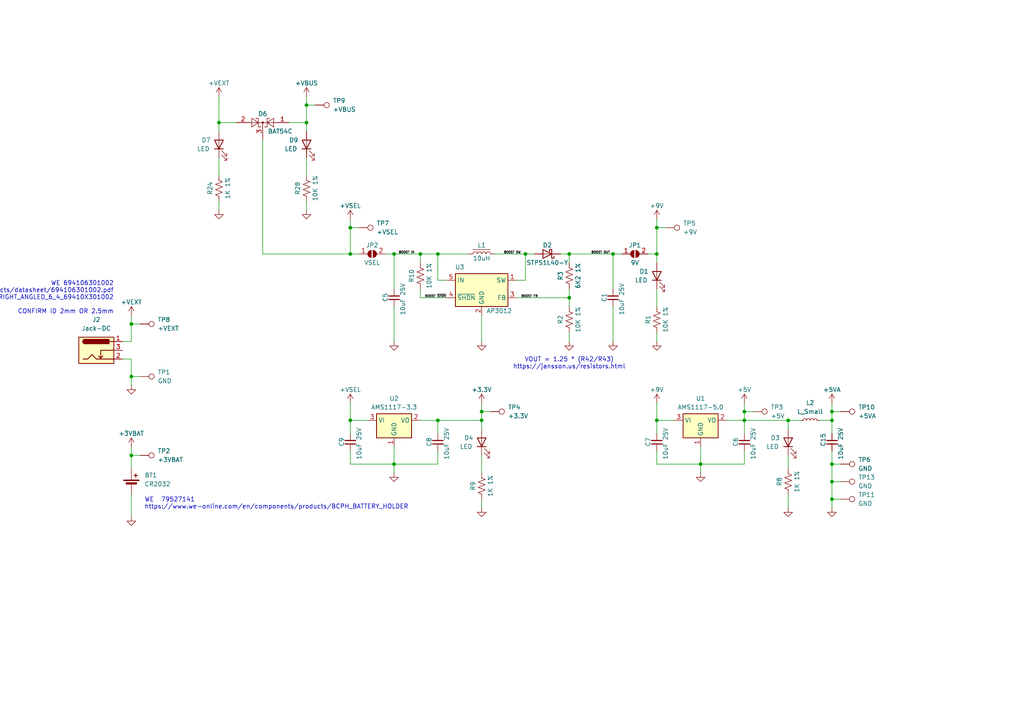
<source format=kicad_sch>
(kicad_sch (version 20231120) (generator "eeschema") (generator_version "8.0")
  (paper "A4")
  (title_block (title "STM32 EXPLORER BOARD") (date "2024-04-26") (rev "00") (company "Mechatronix Lab") (comment 1 "Eng. André A. M. Araújo"))
  (lib_symbols
    (symbol "Connector:Barrel_Jack_Switch" (pin_names hide)
      (property "Reference" "J" (at 0 5.334 0))
      (property "Value" "Barrel_Jack_Switch" (at 0 -5.08 0))
      (symbol "Barrel_Jack_Switch_0_1"
        (rectangle (start -5.08 3.81) (end 5.08 -3.81) (stroke (width 0.254)) (fill (type background)))
        (arc (start -3.302 3.175) (mid -3.9343 2.54) (end -3.302 1.905) (stroke (width 0.254)))
        (arc (start -3.302 3.175) (mid -3.9343 2.54) (end -3.302 1.905) (stroke (width 0.254)) (fill (type outline)))
        (polyline (pts (xy 1.27 -2.286) (xy 1.905 -1.651)) (stroke (width 0.254)))
        (polyline (pts (xy 5.08 2.54) (xy 3.81 2.54)) (stroke (width 0.254)))
        (polyline (pts (xy 5.08 0) (xy 1.27 0) (xy 1.27 -2.286) (xy 0.635 -1.651)) (stroke (width 0.254)))
        (polyline (pts (xy -3.81 -2.54) (xy -2.54 -2.54) (xy -1.27 -1.27) (xy 0 -2.54) (xy 2.54 -2.54) (xy 5.08 -2.54)) (stroke (width 0.254)))
        (rectangle (start 3.683 3.175) (end -3.302 1.905) (stroke (width 0.254)) (fill (type outline)))
      )
      (symbol "Barrel_Jack_Switch_1_1"
        (pin passive line (at 7.62 2.54 180) (length 2.54) (name "~") (number "1"))
        (pin passive line (at 7.62 -2.54 180) (length 2.54) (name "~") (number "2"))
        (pin passive line (at 7.62 0 180) (length 2.54) (name "~") (number "3"))
      )
    )
    (symbol "Connector:TestPoint" (pin_numbers hide) (pin_names (offset 0.762) hide)
      (property "Reference" "TP" (at 0 6.858 0))
      (property "Value" "TestPoint" (at 0 5.08 0))
      (symbol "TestPoint_0_1"
        (circle (center 0 3.302) (radius 0.762))
      )
      (symbol "TestPoint_1_1"
        (pin passive line (at 0 0 90) (length 2.54) (name "1") (number "1"))
      )
    )
    (symbol "Device:Battery_Cell" (pin_numbers hide) (pin_names (offset 0) hide)
      (property "Reference" "BT" (at 2.54 2.54 0))
      (property "Value" "Battery_Cell" (at 2.54 0 0))
      (symbol "Battery_Cell_0_1"
        (rectangle (start -2.286 1.778) (end 2.286 1.524) (fill (type outline)))
        (rectangle (start -1.524 1.016) (end 1.524 0.508) (fill (type outline)))
        (polyline (pts (xy 0 0.762) (xy 0 0)))
        (polyline (pts (xy 0 1.778) (xy 0 2.54)))
        (polyline (pts (xy 0.762 3.048) (xy 1.778 3.048)) (stroke (width 0.254)))
        (polyline (pts (xy 1.27 3.556) (xy 1.27 2.54)) (stroke (width 0.254)))
      )
      (symbol "Battery_Cell_1_1"
        (pin passive line (at 0 5.08 270) (length 2.54) (name "+") (number "1"))
        (pin passive line (at 0 -2.54 90) (length 2.54) (name "-") (number "2"))
      )
    )
    (symbol "Device:C_Small" (pin_numbers hide) (pin_names (offset 0.254) hide)
      (property "Reference" "C" (at 0.254 1.778 0))
      (property "Value" "C_Small" (at 0.254 -2.032 0))
      (symbol "C_Small_0_1"
        (polyline (pts (xy -1.524 -0.508) (xy 1.524 -0.508)) (stroke (width 0.3302)))
        (polyline (pts (xy -1.524 0.508) (xy 1.524 0.508)) (stroke (width 0.3048)))
      )
      (symbol "C_Small_1_1"
        (pin passive line (at 0 2.54 270) (length 2.032) (name "~") (number "1"))
        (pin passive line (at 0 -2.54 90) (length 2.032) (name "~") (number "2"))
      )
    )
    (symbol "Device:LED" (pin_numbers hide) (pin_names (offset 1.016) hide)
      (property "Reference" "D" (at 0 2.54 0))
      (property "Value" "LED" (at 0 -2.54 0))
      (symbol "LED_0_1"
        (polyline (pts (xy -1.27 -1.27) (xy -1.27 1.27)) (stroke (width 0.254)))
        (polyline (pts (xy -1.27 0) (xy 1.27 0)))
        (polyline (pts (xy 1.27 -1.27) (xy 1.27 1.27) (xy -1.27 0) (xy 1.27 -1.27)) (stroke (width 0.254)))
        (polyline (pts (xy -3.048 -0.762) (xy -4.572 -2.286) (xy -3.81 -2.286) (xy -4.572 -2.286) (xy -4.572 -1.524)))
        (polyline (pts (xy -1.778 -0.762) (xy -3.302 -2.286) (xy -2.54 -2.286) (xy -3.302 -2.286) (xy -3.302 -1.524)))
      )
      (symbol "LED_1_1"
        (pin passive line (at -3.81 0 0) (length 2.54) (name "K") (number "1"))
        (pin passive line (at 3.81 0 180) (length 2.54) (name "A") (number "2"))
      )
    )
    (symbol "Device:L_Small" (pin_numbers hide) (pin_names (offset 0.254) hide)
      (property "Reference" "L" (at 0.762 1.016 0))
      (property "Value" "L_Small" (at 0.762 -1.016 0))
      (symbol "L_Small_0_1"
        (arc (start 0 -2.032) (mid 0.5058 -1.524) (end 0 -1.016))
        (arc (start 0 -1.016) (mid 0.5058 -0.508) (end 0 0))
        (arc (start 0 0) (mid 0.5058 0.508) (end 0 1.016))
        (arc (start 0 1.016) (mid 0.5058 1.524) (end 0 2.032))
      )
      (symbol "L_Small_1_1"
        (pin passive line (at 0 2.54 270) (length 0.508) (name "~") (number "1"))
        (pin passive line (at 0 -2.54 90) (length 0.508) (name "~") (number "2"))
      )
    )
    (symbol "Device:R_US" (pin_numbers hide) (pin_names (offset 0))
      (property "Reference" "R" (at 2.54 0 90))
      (property "Value" "R_US" (at -2.54 0 90))
      (symbol "R_US_0_1"
        (polyline (pts (xy 0 -2.286) (xy 0 -2.54)))
        (polyline (pts (xy 0 2.286) (xy 0 2.54)))
        (polyline (pts (xy 0 -0.762) (xy 1.016 -1.143) (xy 0 -1.524) (xy -1.016 -1.905) (xy 0 -2.286)))
        (polyline (pts (xy 0 0.762) (xy 1.016 0.381) (xy 0 0) (xy -1.016 -0.381) (xy 0 -0.762)))
        (polyline (pts (xy 0 2.286) (xy 1.016 1.905) (xy 0 1.524) (xy -1.016 1.143) (xy 0 0.762)))
      )
      (symbol "R_US_1_1"
        (pin passive line (at 0 3.81 270) (length 1.27) (name "~") (number "1"))
        (pin passive line (at 0 -3.81 90) (length 1.27) (name "~") (number "2"))
      )
    )
    (symbol "Diode:BAT54C" (pin_names (offset 1.016))
      (property "Reference" "D" (at 0.635 -3.81 0))
      (property "Value" "BAT54C" (at -6.35 3.175 0))
      (symbol "BAT54C_0_1"
        (polyline (pts (xy -1.905 0) (xy 1.905 0)))
        (polyline (pts (xy -1.905 1.27) (xy -1.905 1.016)))
        (polyline (pts (xy -1.27 -1.27) (xy -0.635 -1.27)))
        (polyline (pts (xy -1.27 0) (xy -3.81 0)))
        (polyline (pts (xy -1.27 1.27) (xy -1.905 1.27)))
        (polyline (pts (xy -1.27 1.27) (xy -1.27 -1.27)))
        (polyline (pts (xy -0.635 -1.27) (xy -0.635 -1.016)))
        (polyline (pts (xy 0.635 -1.27) (xy 0.635 -1.016)))
        (polyline (pts (xy 1.27 -1.27) (xy 0.635 -1.27)))
        (polyline (pts (xy 1.27 1.27) (xy 1.27 -1.27)))
        (polyline (pts (xy 1.27 1.27) (xy 1.905 1.27)))
        (polyline (pts (xy 1.905 1.27) (xy 1.905 1.016)))
        (polyline (pts (xy 3.81 0) (xy 1.27 0)))
        (polyline (pts (xy -3.175 -1.27) (xy -3.175 1.27) (xy -1.27 0) (xy -3.175 -1.27)))
        (polyline (pts (xy 3.175 -1.27) (xy 3.175 1.27) (xy 1.27 0) (xy 3.175 -1.27)))
        (circle (center 0 0) (radius 0.254) (fill (type outline)))
      )
      (symbol "BAT54C_1_1"
        (pin passive line (at -7.62 0 0) (length 3.81) (name "~") (number "1"))
        (pin passive line (at 7.62 0 180) (length 3.81) (name "~") (number "2"))
        (pin passive line (at 0 -5.08 90) (length 5.08) (name "~") (number "3"))
      )
    )
    (symbol "Jumper:SolderJumper_2_Open" (pin_names (offset 0) hide)
      (property "Reference" "JP" (at 0 2.032 0))
      (property "Value" "SolderJumper_2_Open" (at 0 -2.54 0))
      (symbol "SolderJumper_2_Open_0_1"
        (arc (start -0.254 1.016) (mid -1.2656 0) (end -0.254 -1.016))
        (arc (start -0.254 1.016) (mid -1.2656 0) (end -0.254 -1.016) (fill (type outline)))
        (polyline (pts (xy -0.254 1.016) (xy -0.254 -1.016)))
        (polyline (pts (xy 0.254 1.016) (xy 0.254 -1.016)))
        (arc (start 0.254 -1.016) (mid 1.2656 0) (end 0.254 1.016))
        (arc (start 0.254 -1.016) (mid 1.2656 0) (end 0.254 1.016) (fill (type outline)))
      )
      (symbol "SolderJumper_2_Open_1_1"
        (pin passive line (at -3.81 0 0) (length 2.54) (name "A") (number "1"))
        (pin passive line (at 3.81 0 180) (length 2.54) (name "B") (number "2"))
      )
    )
    (symbol "Regulator_Linear:AMS1117-3.3"
      (property "Reference" "U" (at -3.81 3.175 0))
      (property "Value" "AMS1117-3.3" (at 0 3.175 0))
      (symbol "AMS1117-3.3_0_1"
        (rectangle (start -5.08 -5.08) (end 5.08 1.905) (stroke (width 0.254)) (fill (type background)))
      )
      (symbol "AMS1117-3.3_1_1"
        (pin power_in line (at 0 -7.62 90) (length 2.54) (name "GND") (number "1"))
        (pin power_out line (at 7.62 0 180) (length 2.54) (name "VO") (number "2"))
        (pin power_in line (at -7.62 0 0) (length 2.54) (name "VI") (number "3"))
      )
    )
    (symbol "Regulator_Linear:AMS1117-5.0"
      (property "Reference" "U" (at -3.81 3.175 0))
      (property "Value" "AMS1117-5.0" (at 0 3.175 0))
      (symbol "AMS1117-5.0_0_1"
        (rectangle (start -5.08 -5.08) (end 5.08 1.905) (stroke (width 0.254)) (fill (type background)))
      )
      (symbol "AMS1117-5.0_1_1"
        (pin power_in line (at 0 -7.62 90) (length 2.54) (name "GND") (number "1"))
        (pin power_out line (at 7.62 0 180) (length 2.54) (name "VO") (number "2"))
        (pin power_in line (at -7.62 0 0) (length 2.54) (name "VI") (number "3"))
      )
    )
    (symbol "Regulator_Switching:AP3012"
      (property "Reference" "U" (at -7.62 5.715 0))
      (property "Value" "AP3012" (at 0 5.715 0))
      (symbol "AP3012_0_1"
        (rectangle (start -7.62 4.445) (end 7.62 -5.08) (stroke (width 0.254)) (fill (type background)))
      )
      (symbol "AP3012_1_1"
        (pin passive line (at 10.16 2.54 180) (length 2.54) (name "SW") (number "1"))
        (pin power_in line (at 0 -7.62 90) (length 2.54) (name "GND") (number "2"))
        (pin input line (at 10.16 -2.54 180) (length 2.54) (name "FB") (number "3"))
        (pin input line (at -10.16 -2.54 0) (length 2.54) (name "~{SHDN}") (number "4"))
        (pin power_in line (at -10.16 2.54 0) (length 2.54) (name "IN") (number "5"))
      )
    )
    (symbol "STM32XP:STPS1L40-Y" (pin_numbers hide) (pin_names hide)
      (property "Reference" "D" (at 0 2.286 0))
      (property "Value" "STPS1L40-Y" (at 0 0 0))
      (symbol "STPS1L40-Y_0_1"
        (polyline (pts (xy 1.27 0) (xy -1.27 0)))
        (polyline (pts (xy 1.27 1.27) (xy 1.27 -1.27) (xy -1.27 0) (xy 1.27 1.27)) (stroke (width 0.254)))
        (polyline (pts (xy -1.905 0.635) (xy -1.905 1.27) (xy -1.27 1.27) (xy -1.27 -1.27) (xy -0.635 -1.27) (xy -0.635 -0.635)) (stroke (width 0.254)))
      )
      (symbol "STPS1L40-Y_1_1"
        (pin passive line (at -3.81 0 0) (length 2.54) (name "K") (number "1"))
        (pin passive line (at 3.81 0 180) (length 2.54) (name "A") (number "2"))
      )
    )
    (symbol "STM32XP:WE_74404024100" (pin_numbers hide) (pin_names hide)
      (property "Reference" "L" (at 2.032 0.254 0))
      (property "Value" "10uH 0.65A 0.8A 0.43R 30MHz" (at 0 0 0))
      (symbol "WE_74404024100_0_1"
        (arc (start 0 -2.54) (mid 0.6323 -1.905) (end 0 -1.27))
        (arc (start 0 -1.27) (mid 0.6323 -0.635) (end 0 0))
        (polyline (pts (xy 1.27 -2.54) (xy 1.27 2.54)))
        (polyline (pts (xy 1.27 2.54) (xy 1.27 2.54)))
        (arc (start 0 0) (mid 0.6323 0.635) (end 0 1.27))
        (arc (start 0 1.27) (mid 0.6323 1.905) (end 0 2.54))
      )
      (symbol "WE_74404024100_1_1"
        (pin passive line (at 0 3.81 270) (length 1.27) (name "1") (number "1"))
        (pin passive line (at 0 -3.81 90) (length 1.27) (name "2") (number "2"))
      )
    )
    (symbol "power:GND" (power) (pin_numbers hide) (pin_names (offset 0) hide)
      (property "Value" "GND" (at 0 -3.81 0))
      (symbol "GND_0_1"
        (polyline (pts (xy 0 0) (xy 0 -1.27) (xy 1.27 -1.27) (xy 0 -2.54) (xy -1.27 -1.27) (xy 0 -1.27)))
      )
      (symbol "GND_1_1"
        (pin power_in line (at 0 0 270) (length 0) (name "~") (number "1"))
      )
    )
    (symbol "power:VCC" (power) (pin_numbers hide) (pin_names (offset 0) hide)
      (property "Value" "VCC" (at 0 3.556 0))
      (symbol "VCC_0_1"
        (polyline (pts (xy -0.762 1.27) (xy 0 2.54)))
        (polyline (pts (xy 0 0) (xy 0 2.54)))
        (polyline (pts (xy 0 2.54) (xy 0.762 1.27)))
      )
      (symbol "VCC_1_1"
        (pin power_in line (at 0 0 90) (length 0) (name "~") (number "1"))
      )
    )
  )
  (junction (at 165.1 73.66))
  (junction (at 241.3 121.92))
  (junction (at 190.5 66.04))
  (junction (at 241.3 119.38))
  (junction (at 127 121.92))
  (junction (at 241.3 144.78))
  (junction (at 38.1 109.22))
  (junction (at 228.6 121.92))
  (junction (at 190.5 73.66))
  (junction (at 114.3 134.62))
  (junction (at 139.7 119.38))
  (junction (at 177.8 73.66))
  (junction (at 38.1 132.08))
  (junction (at 114.3 73.66))
  (junction (at 121.92 73.66))
  (junction (at 215.9 119.38))
  (junction (at 88.9 30.48))
  (junction (at 101.6 73.66))
  (junction (at 63.5 35.56))
  (junction (at 139.7 121.92))
  (junction (at 101.6 66.04))
  (junction (at 241.3 139.7))
  (junction (at 203.2 134.62))
  (junction (at 215.9 121.92))
  (junction (at 38.1 93.98))
  (junction (at 190.5 121.92))
  (junction (at 152.4 73.66))
  (junction (at 165.1 86.36))
  (junction (at 241.3 134.62))
  (junction (at 101.6 121.92))
  (junction (at 127 73.66))
  (junction (at 88.9 35.56))
  (wire (pts (xy 121.92 73.66) (xy 127 73.66)))
  (wire (pts (xy 101.6 63.5) (xy 101.6 66.04)))
  (wire (pts (xy 152.4 73.66) (xy 154.94 73.66)))
  (wire (pts (xy 139.7 144.78) (xy 139.7 147.32)))
  (wire (pts (xy 121.92 76.2) (xy 121.92 73.66)))
  (wire (pts (xy 127 121.92) (xy 127 125.73)))
  (wire (pts (xy 165.1 86.36) (xy 165.1 88.9)))
  (wire (pts (xy 127 121.92) (xy 139.7 121.92)))
  (wire (pts (xy 101.6 121.92) (xy 106.68 121.92)))
  (wire (pts (xy 190.5 134.62) (xy 203.2 134.62)))
  (wire (pts (xy 241.3 130.81) (xy 241.3 134.62)))
  (wire (pts (xy 76.2 73.66) (xy 101.6 73.66)))
  (wire (pts (xy 215.9 116.84) (xy 215.9 119.38)))
  (wire (pts (xy 121.92 83.82) (xy 121.92 86.36)))
  (wire (pts (xy 241.3 134.62) (xy 243.84 134.62)))
  (wire (pts (xy 149.86 81.28) (xy 152.4 81.28)))
  (wire (pts (xy 88.9 27.94) (xy 88.9 30.48)))
  (wire (pts (xy 241.3 119.38) (xy 241.3 121.92)))
  (wire (pts (xy 203.2 129.54) (xy 203.2 134.62)))
  (wire (pts (xy 127 81.28) (xy 127 73.66)))
  (wire (pts (xy 101.6 66.04) (xy 104.14 66.04)))
  (wire (pts (xy 177.8 73.66) (xy 180.34 73.66)))
  (wire (pts (xy 127 73.66) (xy 135.89 73.66)))
  (wire (pts (xy 114.3 134.62) (xy 127 134.62)))
  (wire (pts (xy 38.1 132.08) (xy 40.64 132.08)))
  (wire (pts (xy 215.9 121.92) (xy 228.6 121.92)))
  (wire (pts (xy 63.5 27.94) (xy 63.5 35.56)))
  (wire (pts (xy 190.5 83.82) (xy 190.5 88.9)))
  (wire (pts (xy 139.7 91.44) (xy 139.7 99.06)))
  (wire (pts (xy 114.3 134.62) (xy 114.3 137.16)))
  (wire (pts (xy 38.1 132.08) (xy 38.1 135.89)))
  (wire (pts (xy 38.1 104.14) (xy 38.1 109.22)))
  (wire (pts (xy 38.1 143.51) (xy 38.1 149.86)))
  (wire (pts (xy 139.7 124.46) (xy 139.7 121.92)))
  (wire (pts (xy 190.5 66.04) (xy 193.04 66.04)))
  (wire (pts (xy 38.1 109.22) (xy 40.64 109.22)))
  (wire (pts (xy 101.6 134.62) (xy 114.3 134.62)))
  (wire (pts (xy 88.9 58.42) (xy 88.9 60.96)))
  (wire (pts (xy 38.1 93.98) (xy 38.1 99.06)))
  (wire (pts (xy 142.24 119.38) (xy 139.7 119.38)))
  (wire (pts (xy 165.1 73.66) (xy 177.8 73.66)))
  (wire (pts (xy 177.8 88.9) (xy 177.8 99.06)))
  (wire (pts (xy 228.6 121.92) (xy 232.41 121.92)))
  (wire (pts (xy 165.1 73.66) (xy 165.1 76.2)))
  (wire (pts (xy 162.56 73.66) (xy 165.1 73.66)))
  (wire (pts (xy 63.5 45.72) (xy 63.5 50.8)))
  (wire (pts (xy 165.1 96.52) (xy 165.1 99.06)))
  (wire (pts (xy 228.6 143.51) (xy 228.6 147.32)))
  (wire (pts (xy 241.3 144.78) (xy 241.3 147.32)))
  (wire (pts (xy 241.3 144.78) (xy 243.84 144.78)))
  (wire (pts (xy 88.9 45.72) (xy 88.9 50.8)))
  (wire (pts (xy 129.54 86.36) (xy 121.92 86.36)))
  (wire (pts (xy 101.6 116.84) (xy 101.6 121.92)))
  (wire (pts (xy 88.9 30.48) (xy 88.9 35.56)))
  (wire (pts (xy 190.5 66.04) (xy 190.5 73.66)))
  (wire (pts (xy 35.56 104.14) (xy 38.1 104.14)))
  (wire (pts (xy 121.92 121.92) (xy 127 121.92)))
  (wire (pts (xy 149.86 86.36) (xy 165.1 86.36)))
  (wire (pts (xy 228.6 121.92) (xy 228.6 124.46)))
  (wire (pts (xy 241.3 121.92) (xy 241.3 125.73)))
  (wire (pts (xy 215.9 121.92) (xy 215.9 125.73)))
  (wire (pts (xy 210.82 121.92) (xy 215.9 121.92)))
  (wire (pts (xy 190.5 121.92) (xy 195.58 121.92)))
  (wire (pts (xy 190.5 116.84) (xy 190.5 121.92)))
  (wire (pts (xy 63.5 58.42) (xy 63.5 60.96)))
  (wire (pts (xy 165.1 83.82) (xy 165.1 86.36)))
  (wire (pts (xy 241.3 139.7) (xy 243.84 139.7)))
  (wire (pts (xy 38.1 109.22) (xy 38.1 111.76)))
  (wire (pts (xy 241.3 116.84) (xy 241.3 119.38)))
  (wire (pts (xy 35.56 99.06) (xy 38.1 99.06)))
  (wire (pts (xy 111.76 73.66) (xy 114.3 73.66)))
  (wire (pts (xy 101.6 66.04) (xy 101.6 73.66)))
  (wire (pts (xy 228.6 132.08) (xy 228.6 135.89)))
  (wire (pts (xy 203.2 134.62) (xy 215.9 134.62)))
  (wire (pts (xy 152.4 81.28) (xy 152.4 73.66)))
  (wire (pts (xy 127 130.81) (xy 127 134.62)))
  (wire (pts (xy 177.8 83.82) (xy 177.8 73.66)))
  (wire (pts (xy 215.9 119.38) (xy 218.44 119.38)))
  (wire (pts (xy 88.9 35.56) (xy 88.9 38.1)))
  (wire (pts (xy 139.7 119.38) (xy 139.7 121.92)))
  (wire (pts (xy 215.9 119.38) (xy 215.9 121.92)))
  (wire (pts (xy 190.5 96.52) (xy 190.5 99.06)))
  (wire (pts (xy 190.5 130.81) (xy 190.5 134.62)))
  (wire (pts (xy 88.9 30.48) (xy 91.44 30.48)))
  (wire (pts (xy 114.3 73.66) (xy 121.92 73.66)))
  (wire (pts (xy 190.5 121.92) (xy 190.5 125.73)))
  (wire (pts (xy 63.5 35.56) (xy 68.58 35.56)))
  (wire (pts (xy 101.6 73.66) (xy 104.14 73.66)))
  (wire (pts (xy 215.9 130.81) (xy 215.9 134.62)))
  (wire (pts (xy 114.3 88.9) (xy 114.3 99.06)))
  (wire (pts (xy 114.3 129.54) (xy 114.3 134.62)))
  (wire (pts (xy 237.49 121.92) (xy 241.3 121.92)))
  (wire (pts (xy 241.3 139.7) (xy 241.3 144.78)))
  (wire (pts (xy 129.54 81.28) (xy 127 81.28)))
  (wire (pts (xy 38.1 129.54) (xy 38.1 132.08)))
  (wire (pts (xy 63.5 35.56) (xy 63.5 38.1)))
  (wire (pts (xy 38.1 93.98) (xy 38.1 91.44)))
  (wire (pts (xy 241.3 119.38) (xy 243.84 119.38)))
  (wire (pts (xy 203.2 134.62) (xy 203.2 137.16)))
  (wire (pts (xy 101.6 121.92) (xy 101.6 125.73)))
  (wire (pts (xy 83.82 35.56) (xy 88.9 35.56)))
  (wire (pts (xy 114.3 83.82) (xy 114.3 73.66)))
  (wire (pts (xy 143.51 73.66) (xy 152.4 73.66)))
  (wire (pts (xy 187.96 73.66) (xy 190.5 73.66)))
  (wire (pts (xy 190.5 63.5) (xy 190.5 66.04)))
  (wire (pts (xy 139.7 116.84) (xy 139.7 119.38)))
  (wire (pts (xy 241.3 134.62) (xy 241.3 139.7)))
  (wire (pts (xy 38.1 93.98) (xy 40.64 93.98)))
  (wire (pts (xy 101.6 134.62) (xy 101.6 130.81)))
  (wire (pts (xy 139.7 132.08) (xy 139.7 137.16)))
  (wire (pts (xy 190.5 73.66) (xy 190.5 76.2)))
  (wire (pts (xy 76.2 40.64) (xy 76.2 73.66)))
  (text "WE 694106301002\nchrome-extension://efaidnbmnnnibpcajpcglclefindmkaj/https://www.we-online.com/components/products/datasheet/694106301002.pdf\nhttps://www.we-online.com/en/components/products/DC_RIGHT_ANGLED_6_4_69410X301002\n\nCONFIRM ID 2mm OR 2.5mm" (at 33.02 86.36 0) (effects (font (size 1.27 1.27)) (justify right)))
  (text "VOUT = 1.25 * (R42/R43)\nhttps://jansson.us/resistors.html" (at 165.1 105.41 0) (effects (font (size 1.27 1.27))))
  (text "WE 	79527141\nhttps://www.we-online.com/en/components/products/BCPH_BATTERY_HOLDER" (at 41.91 146.05 0) (effects (font (size 1.27 1.27)) (justify left)))
  (label "BOOST SW" (at 146.05 73.66 0) (effects (font (size 0.635 0.635))))
  (label "BOOST OUT" (at 171.45 73.66 0) (effects (font (size 0.635 0.635))))
  (label "BOOST ~{SHDN}" (at 123.19 86.36 0) (effects (font (size 0.635 0.635))))
  (label "BOOST IN" (at 115.57 73.66 0) (effects (font (size 0.635 0.635))))
  (label "BOOST FB" (at 151.13 86.36 0) (effects (font (size 0.635 0.635))))
  (symbol (lib_id "Device:C_Small") (at 241.3 128.27 180) (unit 1)
    (property "Reference" "C15" (at 238.76 129.54 90) (effects (justify right)))
    (property "Value" "10uF 25V" (at 243.84 133.35 90) (effects (justify right)))
    (property "Footprint" "Capacitor_SMD:C_0805_2012Metric_Pad1.18x1.45mm_HandSolder" (effects (hide yes)))
    (property "Description" "Unpolarized capacitor, small symbol" (effects (hide yes)))
  )
  (symbol (lib_id "Connector:TestPoint") (at 243.84 144.78 270) (unit 1)
    (property "Reference" "TP11" (at 248.92 143.5099 90) (effects (justify left)))
    (property "Value" "GND" (at 248.92 146.0499 90) (effects (justify left)))
    (property "Footprint" "TestPoint:TestPoint_Keystone_5000-5004_Miniature" (effects (hide yes)))
    (property "Description" "test point" (effects (hide yes)))
  )
  (symbol (lib_id "Connector:TestPoint") (at 40.64 132.08 270) (unit 1)
    (property "Reference" "TP2" (at 45.72 130.8099 90) (effects (justify left)))
    (property "Value" "+3VBAT" (at 45.72 133.3499 90) (effects (justify left)))
    (property "Footprint" "TestPoint:TestPoint_Keystone_5000-5004_Miniature" (effects (hide yes)))
    (property "Description" "test point" (effects (hide yes)))
  )
  (symbol (lib_id "power:VCC") (at 63.5 27.94 0) (unit 1)
    (property "Reference" "#PWR043" (effects (hide yes)))
    (property "Value" "+VEXT" (at 63.5 24.13 0))
    (property "Description" "Power symbol creates a global label with name \"VCC\"" (effects (hide yes)))
  )
  (symbol (lib_id "Device:R_US") (at 139.7 140.97 180) (unit 1)
    (property "Reference" "R9" (at 137.16 140.97 90))
    (property "Value" "1K 1%" (at 142.24 140.97 90))
    (property "Footprint" "Resistor_SMD:R_0603_1608Metric_Pad0.98x0.95mm_HandSolder" (effects (hide yes)))
    (property "Description" "Resistor, US symbol" (effects (hide yes)))
  )
  (symbol (lib_id "power:GND") (at 165.1 99.06 0) (unit 1)
    (property "Reference" "#PWR076" (effects (hide yes)))
    (property "Value" "GND" (effects (hide yes)))
    (property "Description" "Power symbol creates a global label with name \"GND\" , ground" (effects (hide yes)))
  )
  (symbol (lib_id "power:VCC") (at 101.6 63.5 0) (unit 1)
    (property "Reference" "#PWR065" (effects (hide yes)))
    (property "Value" "+VSEL" (at 101.6 59.69 0))
    (property "Description" "Power symbol creates a global label with name \"VCC\"" (effects (hide yes)))
  )
  (symbol (lib_id "Device:C_Small") (at 101.6 128.27 180) (unit 1)
    (property "Reference" "C9" (at 99.06 129.54 90) (effects (justify right)))
    (property "Value" "10uF 25V" (at 104.14 133.35 90) (effects (justify right)))
    (property "Footprint" "Capacitor_SMD:C_0805_2012Metric_Pad1.18x1.45mm_HandSolder" (effects (hide yes)))
    (property "Description" "Unpolarized capacitor, small symbol" (effects (hide yes)))
  )
  (symbol (lib_id "Device:LED") (at 190.5 80.01 90) (unit 1)
    (property "Reference" "D1" (at 185.42 78.74 90) (effects (justify right)))
    (property "Value" "LED" (at 184.15 81.28 90) (effects (justify right)))
    (property "Footprint" "LED_SMD:LED_0603_1608Metric_Pad1.05x0.95mm_HandSolder" (effects (hide yes)))
    (property "Description" "Light emitting diode" (effects (hide yes)))
  )
  (symbol (lib_id "Device:LED") (at 63.5 41.91 90) (unit 1)
    (property "Reference" "D7" (at 58.42 40.64 90) (effects (justify right)))
    (property "Value" "LED" (at 57.15 43.18 90) (effects (justify right)))
    (property "Footprint" "LED_SMD:LED_0603_1608Metric_Pad1.05x0.95mm_HandSolder" (effects (hide yes)))
    (property "Description" "Light emitting diode" (effects (hide yes)))
  )
  (symbol (lib_id "power:GND") (at 177.8 99.06 0) (unit 1)
    (property "Reference" "#PWR077" (effects (hide yes)))
    (property "Value" "GND" (effects (hide yes)))
    (property "Description" "Power symbol creates a global label with name \"GND\" , ground" (effects (hide yes)))
  )
  (symbol (lib_id "power:VCC") (at 139.7 116.84 0) (unit 1)
    (property "Reference" "#PWR072" (effects (hide yes)))
    (property "Value" "+3.3V" (at 139.7 113.03 0))
    (property "Description" "Power symbol creates a global label with name \"VCC\"" (effects (hide yes)))
  )
  (symbol (lib_id "power:GND") (at 114.3 99.06 0) (unit 1)
    (property "Reference" "#PWR067" (effects (hide yes)))
    (property "Value" "GND" (effects (hide yes)))
    (property "Description" "Power symbol creates a global label with name \"GND\" , ground" (effects (hide yes)))
  )
  (symbol (lib_id "Connector:TestPoint") (at 40.64 109.22 270) (unit 1)
    (property "Reference" "TP1" (at 45.72 107.9499 90) (effects (justify left)))
    (property "Value" "GND" (at 45.72 110.4899 90) (effects (justify left)))
    (property "Footprint" "TestPoint:TestPoint_Keystone_5000-5004_Miniature" (effects (hide yes)))
    (property "Description" "test point" (effects (hide yes)))
  )
  (symbol (lib_id "Connector:TestPoint") (at 243.84 134.62 270) (unit 1)
    (property "Reference" "TP6" (at 248.92 133.3499 90) (effects (justify left)))
    (property "Value" "GND" (at 248.92 135.8899 90) (effects (justify left)))
    (property "Footprint" "TestPoint:TestPoint_Keystone_5000-5004_Miniature" (effects (hide yes)))
    (property "Description" "test point" (effects (hide yes)))
  )
  (symbol (lib_id "Connector:TestPoint") (at 193.04 66.04 270) (unit 1)
    (property "Reference" "TP5" (at 198.12 64.7699 90) (effects (justify left)))
    (property "Value" "+9V" (at 198.12 67.3099 90) (effects (justify left)))
    (property "Footprint" "TestPoint:TestPoint_Keystone_5000-5004_Miniature" (effects (hide yes)))
    (property "Description" "test point" (effects (hide yes)))
  )
  (symbol (lib_id "Device:C_Small") (at 127 128.27 180) (unit 1)
    (property "Reference" "C8" (at 124.46 129.54 90) (effects (justify right)))
    (property "Value" "10uF 25V" (at 129.54 133.35 90) (effects (justify right)))
    (property "Footprint" "Capacitor_SMD:C_0805_2012Metric_Pad1.18x1.45mm_HandSolder" (effects (hide yes)))
    (property "Description" "Unpolarized capacitor, small symbol" (effects (hide yes)))
  )
  (symbol (lib_id "Device:LED") (at 139.7 128.27 90) (unit 1)
    (property "Reference" "D4" (at 134.62 127 90) (effects (justify right)))
    (property "Value" "LED" (at 133.35 129.54 90) (effects (justify right)))
    (property "Footprint" "LED_SMD:LED_0603_1608Metric_Pad1.05x0.95mm_HandSolder" (effects (hide yes)))
    (property "Description" "Light emitting diode" (effects (hide yes)))
  )
  (symbol (lib_id "STM32XP:WE_74404024100") (at 139.7 73.66 90) (unit 1)
    (property "Reference" "L1" (at 139.7 71.12 90))
    (property "Value" "10uH" (at 139.7 74.93 90))
    (property "Footprint" "STM32XP:WE 74404024100" (effects (hide yes)))
    (property "Datasheet" "https://www.we-online.com/components/products/datasheet/74404024100.pdf" (effects (hide yes)))
    (property "Description" "SEMI SHIELDED POWER INDUCTOR WE WÜRTH ELEKTRONIK WE-LQS" (effects (hide yes)))
  )
  (symbol (lib_id "power:VCC") (at 88.9 27.94 0) (unit 1)
    (property "Reference" "#PWR042" (effects (hide yes)))
    (property "Value" "+VBUS" (at 88.9 24.13 0))
    (property "Description" "Power symbol creates a global label with name \"VCC\"" (effects (hide yes)))
  )
  (symbol (lib_id "Device:C_Small") (at 114.3 86.36 180) (unit 1)
    (property "Reference" "C5" (at 111.76 87.63 90) (effects (justify right)))
    (property "Value" "10uF 25V" (at 116.84 91.44 90) (effects (justify right)))
    (property "Footprint" "Capacitor_SMD:C_0805_2012Metric_Pad1.18x1.45mm_HandSolder" (effects (hide yes)))
    (property "Description" "Unpolarized capacitor, small symbol" (effects (hide yes)))
  )
  (symbol (lib_id "power:GND") (at 241.3 147.32 0) (unit 1)
    (property "Reference" "#PWR081" (effects (hide yes)))
    (property "Value" "GND" (effects (hide yes)))
    (property "Description" "Power symbol creates a global label with name \"GND\" , ground" (effects (hide yes)))
  )
  (symbol (lib_id "Device:R_US") (at 165.1 80.01 180) (unit 1)
    (property "Reference" "R3" (at 162.56 80.01 90))
    (property "Value" "6K2 1%" (at 167.64 80.01 90))
    (property "Footprint" "Resistor_SMD:R_0603_1608Metric_Pad0.98x0.95mm_HandSolder" (effects (hide yes)))
    (property "Description" "Resistor, US symbol" (effects (hide yes)))
  )
  (symbol (lib_id "power:VCC") (at 215.9 116.84 0) (unit 1)
    (property "Reference" "#PWR078" (effects (hide yes)))
    (property "Value" "+5V" (at 215.9 113.03 0))
    (property "Description" "Power symbol creates a global label with name \"VCC\"" (effects (hide yes)))
  )
  (symbol (lib_id "Device:R_US") (at 88.9 54.61 180) (unit 1)
    (property "Reference" "R28" (at 86.36 54.61 90))
    (property "Value" "10K 1%" (at 91.44 54.61 90))
    (property "Footprint" "Resistor_SMD:R_0603_1608Metric_Pad0.98x0.95mm_HandSolder" (effects (hide yes)))
    (property "Description" "Resistor, US symbol" (effects (hide yes)))
  )
  (symbol (lib_id "Connector:TestPoint") (at 104.14 66.04 270) (unit 1)
    (property "Reference" "TP7" (at 109.22 64.7699 90) (effects (justify left)))
    (property "Value" "+VSEL" (at 109.22 67.3099 90) (effects (justify left)))
    (property "Footprint" "TestPoint:TestPoint_Keystone_5000-5004_Miniature" (effects (hide yes)))
    (property "Description" "test point" (effects (hide yes)))
  )
  (symbol (lib_id "Device:Battery_Cell") (at 38.1 140.97 0) (unit 1)
    (property "Reference" "BT1" (at 41.91 137.8584 0) (effects (justify left)))
    (property "Value" "CR2032" (at 41.91 140.3984 0) (effects (justify left)))
    (property "Footprint" "Battery:BatteryHolder_Keystone_1060_1x2032" (effects (hide yes)))
    (property "Description" "Single-cell battery" (effects (hide yes)))
  )
  (symbol (lib_id "power:GND") (at 38.1 111.76 0) (unit 1)
    (property "Reference" "#PWR09" (effects (hide yes)))
    (property "Value" "GND" (effects (hide yes)))
    (property "Description" "Power symbol creates a global label with name \"GND\" , ground" (effects (hide yes)))
  )
  (symbol (lib_id "Jumper:SolderJumper_2_Open") (at 107.95 73.66 0) (unit 1)
    (property "Reference" "JP2" (at 107.95 71.12 0))
    (property "Value" "VSEL" (at 107.95 76.2 0))
    (property "Footprint" "Jumper:SolderJumper-2_P1.3mm_Open_RoundedPad1.0x1.5mm" (effects (hide yes)))
    (property "Description" "Solder Jumper, 2-pole, open" (effects (hide yes)))
  )
  (symbol (lib_id "power:GND") (at 88.9 60.96 0) (unit 1)
    (property "Reference" "#PWR085" (effects (hide yes)))
    (property "Value" "GND" (effects (hide yes)))
    (property "Description" "Power symbol creates a global label with name \"GND\" , ground" (effects (hide yes)))
  )
  (symbol (lib_id "Device:C_Small") (at 190.5 128.27 180) (unit 1)
    (property "Reference" "C7" (at 187.96 129.54 90) (effects (justify right)))
    (property "Value" "10uF 25V" (at 193.04 133.35 90) (effects (justify right)))
    (property "Footprint" "Capacitor_SMD:C_0805_2012Metric_Pad1.18x1.45mm_HandSolder" (effects (hide yes)))
    (property "Description" "Unpolarized capacitor, small symbol" (effects (hide yes)))
  )
  (symbol (lib_id "Device:LED") (at 88.9 41.91 90) (unit 1)
    (property "Reference" "D9" (at 83.82 40.64 90) (effects (justify right)))
    (property "Value" "LED" (at 82.55 43.18 90) (effects (justify right)))
    (property "Footprint" "LED_SMD:LED_0603_1608Metric_Pad1.05x0.95mm_HandSolder" (effects (hide yes)))
    (property "Description" "Light emitting diode" (effects (hide yes)))
  )
  (symbol (lib_id "Connector:TestPoint") (at 243.84 119.38 270) (unit 1)
    (property "Reference" "TP10" (at 248.92 118.1099 90) (effects (justify left)))
    (property "Value" "+5VA" (at 248.92 120.6499 90) (effects (justify left)))
    (property "Footprint" "TestPoint:TestPoint_Keystone_5000-5004_Miniature" (effects (hide yes)))
    (property "Description" "test point" (effects (hide yes)))
  )
  (symbol (lib_id "Device:C_Small") (at 215.9 128.27 180) (unit 1)
    (property "Reference" "C6" (at 213.36 129.54 90) (effects (justify right)))
    (property "Value" "10uF 25V" (at 218.44 133.35 90) (effects (justify right)))
    (property "Footprint" "Capacitor_SMD:C_0805_2012Metric_Pad1.18x1.45mm_HandSolder" (effects (hide yes)))
    (property "Description" "Unpolarized capacitor, small symbol" (effects (hide yes)))
  )
  (symbol (lib_id "Jumper:SolderJumper_2_Open") (at 184.15 73.66 0) (unit 1)
    (property "Reference" "JP1" (at 184.15 71.12 0))
    (property "Value" "9V" (at 184.15 76.2 0))
    (property "Footprint" "Jumper:SolderJumper-2_P1.3mm_Open_RoundedPad1.0x1.5mm" (effects (hide yes)))
    (property "Description" "Solder Jumper, 2-pole, open" (effects (hide yes)))
  )
  (symbol (lib_id "power:GND") (at 139.7 147.32 0) (unit 1)
    (property "Reference" "#PWR087" (effects (hide yes)))
    (property "Value" "GND" (effects (hide yes)))
    (property "Description" "Power symbol creates a global label with name \"GND\" , ground" (effects (hide yes)))
  )
  (symbol (lib_id "power:GND") (at 38.1 149.86 0) (unit 1)
    (property "Reference" "#PWR023" (effects (hide yes)))
    (property "Value" "GND" (effects (hide yes)))
    (property "Description" "Power symbol creates a global label with name \"GND\" , ground" (effects (hide yes)))
  )
  (symbol (lib_id "power:GND") (at 139.7 99.06 0) (unit 1)
    (property "Reference" "#PWR073" (effects (hide yes)))
    (property "Value" "GND" (effects (hide yes)))
    (property "Description" "Power symbol creates a global label with name \"GND\" , ground" (effects (hide yes)))
  )
  (symbol (lib_id "power:GND") (at 63.5 60.96 0) (unit 1)
    (property "Reference" "#PWR089" (effects (hide yes)))
    (property "Value" "GND" (effects (hide yes)))
    (property "Description" "Power symbol creates a global label with name \"GND\" , ground" (effects (hide yes)))
  )
  (symbol (lib_id "Diode:BAT54C") (at 76.2 35.56 0) (mirror y) (unit 1)
    (property "Reference" "D6" (at 76.2 33.02 0))
    (property "Value" "BAT54C" (at 81.28 38.1 0))
    (property "Footprint" "Package_TO_SOT_SMD:SOT-23" (effects (hide yes)))
    (property "Datasheet" "http://www.diodes.com/_files/datasheets/ds11005.pdf" (effects (hide yes)))
    (property "Description" "dual schottky barrier diode, common cathode" (effects (hide yes)))
  )
  (symbol (lib_id "power:GND") (at 114.3 137.16 0) (unit 1)
    (property "Reference" "#PWR066" (effects (hide yes)))
    (property "Value" "GND" (effects (hide yes)))
    (property "Description" "Power symbol creates a global label with name \"GND\" , ground" (effects (hide yes)))
  )
  (symbol (lib_id "power:VCC") (at 190.5 116.84 0) (unit 1)
    (property "Reference" "#PWR074" (effects (hide yes)))
    (property "Value" "+9V" (at 190.5 113.03 0))
    (property "Description" "Power symbol creates a global label with name \"VCC\"" (effects (hide yes)))
  )
  (symbol (lib_id "Connector:Barrel_Jack_Switch") (at 27.94 101.6 0) (unit 1)
    (property "Reference" "J2" (at 27.94 92.71 0))
    (property "Value" "Jack-DC" (at 27.94 95.25 0))
    (property "Footprint" "Connector_BarrelJack:BarrelJack_GCT_DCJ200-10-A_Horizontal" (effects (hide yes)))
    (property "Description" "DC Barrel Jack with an internal switch" (effects (hide yes)))
  )
  (symbol (lib_id "Device:R_US") (at 190.5 92.71 180) (unit 1)
    (property "Reference" "R1" (at 187.96 92.71 90))
    (property "Value" "10K 1%" (at 193.04 92.71 90))
    (property "Footprint" "Resistor_SMD:R_0603_1608Metric_Pad0.98x0.95mm_HandSolder" (effects (hide yes)))
    (property "Description" "Resistor, US symbol" (effects (hide yes)))
  )
  (symbol (lib_id "power:VCC") (at 241.3 116.84 0) (unit 1)
    (property "Reference" "#PWR080" (effects (hide yes)))
    (property "Value" "+5VA" (at 241.3 113.03 0))
    (property "Description" "Power symbol creates a global label with name \"VCC\"" (effects (hide yes)))
  )
  (symbol (lib_id "Device:R_US") (at 228.6 139.7 180) (unit 1)
    (property "Reference" "R8" (at 226.06 139.7 90))
    (property "Value" "1K 1%" (at 231.14 139.7 90))
    (property "Footprint" "Resistor_SMD:R_0603_1608Metric_Pad0.98x0.95mm_HandSolder" (effects (hide yes)))
    (property "Description" "Resistor, US symbol" (effects (hide yes)))
  )
  (symbol (lib_id "Regulator_Linear:AMS1117-3.3") (at 114.3 121.92 0) (unit 1)
    (property "Reference" "U2" (at 114.3 115.57 0))
    (property "Value" "AMS1117-3.3" (at 114.3 118.11 0))
    (property "Footprint" "Package_TO_SOT_SMD:SOT-223-3_TabPin2" (effects (hide yes)))
    (property "Datasheet" "http://www.advanced-monolithic.com/pdf/ds1117.pdf" (effects (hide yes)))
    (property "Description" "1A Low Dropout regulator, positive, 3.3V fixed output, SOT-223" (effects (hide yes)))
  )
  (symbol (lib_id "Connector:TestPoint") (at 91.44 30.48 270) (unit 1)
    (property "Reference" "TP9" (at 96.52 29.2099 90) (effects (justify left)))
    (property "Value" "+VBUS" (at 96.52 31.7499 90) (effects (justify left)))
    (property "Footprint" "TestPoint:TestPoint_Keystone_5000-5004_Miniature" (effects (hide yes)))
    (property "Description" "test point" (effects (hide yes)))
  )
  (symbol (lib_id "STM32XP:STPS1L40-Y") (at 158.75 73.66 180) (unit 1)
    (property "Reference" "D2" (at 158.75 71.12 0))
    (property "Value" "STPS1L40-Y" (at 158.75 76.2 0))
    (property "Footprint" "Diode_SMD:D_SOD-123" (effects (hide yes)))
    (property "Datasheet" "https://www.st.com/resource/en/datasheet/stps1l40-y.pdf" (effects (hide yes)))
    (property "Description" "1A 40V 0.37V" (effects (hide yes)))
  )
  (symbol (lib_id "Device:C_Small") (at 177.8 86.36 180) (unit 1)
    (property "Reference" "C1" (at 175.26 87.63 90) (effects (justify right)))
    (property "Value" "10uF 25V" (at 180.34 91.44 90) (effects (justify right)))
    (property "Footprint" "Capacitor_SMD:C_0805_2012Metric_Pad1.18x1.45mm_HandSolder" (effects (hide yes)))
    (property "Description" "Unpolarized capacitor, small symbol" (effects (hide yes)))
  )
  (symbol (lib_id "Regulator_Linear:AMS1117-5.0") (at 203.2 121.92 0) (unit 1)
    (property "Reference" "U1" (at 203.2 115.57 0))
    (property "Value" "AMS1117-5.0" (at 203.2 118.11 0))
    (property "Footprint" "Package_TO_SOT_SMD:SOT-223-3_TabPin2" (effects (hide yes)))
    (property "Datasheet" "http://www.advanced-monolithic.com/pdf/ds1117.pdf" (effects (hide yes)))
    (property "Description" "1A Low Dropout regulator, positive, 5.0V fixed output, SOT-223" (effects (hide yes)))
  )
  (symbol (lib_id "power:GND") (at 203.2 137.16 0) (unit 1)
    (property "Reference" "#PWR075" (effects (hide yes)))
    (property "Value" "GND" (effects (hide yes)))
    (property "Description" "Power symbol creates a global label with name \"GND\" , ground" (effects (hide yes)))
  )
  (symbol (lib_id "power:VCC") (at 38.1 129.54 0) (unit 1)
    (property "Reference" "#PWR022" (effects (hide yes)))
    (property "Value" "+3VBAT" (at 38.1 125.73 0))
    (property "Description" "Power symbol creates a global label with name \"VCC\"" (effects (hide yes)))
  )
  (symbol (lib_id "power:VCC") (at 38.1 91.44 0) (unit 1)
    (property "Reference" "#PWR08" (effects (hide yes)))
    (property "Value" "+VEXT" (at 38.1 87.63 0))
    (property "Description" "Power symbol creates a global label with name \"VCC\"" (effects (hide yes)))
  )
  (symbol (lib_id "Device:L_Small") (at 234.95 121.92 90) (unit 1)
    (property "Reference" "L2" (at 234.95 116.84 90))
    (property "Value" "L_Small" (at 234.95 119.38 90))
    (property "Footprint" "Inductor_SMD:L_0603_1608Metric_Pad1.05x0.95mm_HandSolder" (effects (hide yes)))
    (property "Description" "Inductor, small symbol" (effects (hide yes)))
  )
  (symbol (lib_id "Device:R_US") (at 63.5 54.61 180) (unit 1)
    (property "Reference" "R24" (at 60.96 54.61 90))
    (property "Value" "1K 1%" (at 66.04 54.61 90))
    (property "Footprint" "Resistor_SMD:R_0603_1608Metric_Pad0.98x0.95mm_HandSolder" (effects (hide yes)))
    (property "Description" "Resistor, US symbol" (effects (hide yes)))
  )
  (symbol (lib_id "Connector:TestPoint") (at 142.24 119.38 270) (unit 1)
    (property "Reference" "TP4" (at 147.32 118.1099 90) (effects (justify left)))
    (property "Value" "+3.3V" (at 147.32 120.6499 90) (effects (justify left)))
    (property "Footprint" "TestPoint:TestPoint_Keystone_5000-5004_Miniature" (effects (hide yes)))
    (property "Description" "test point" (effects (hide yes)))
  )
  (symbol (lib_id "Connector:TestPoint") (at 243.84 139.7 270) (unit 1)
    (property "Reference" "TP13" (at 248.92 138.4299 90) (effects (justify left)))
    (property "Value" "GND" (at 248.92 140.9699 90) (effects (justify left)))
    (property "Footprint" "TestPoint:TestPoint_Keystone_5000-5004_Miniature" (effects (hide yes)))
    (property "Description" "test point" (effects (hide yes)))
  )
  (symbol (lib_id "power:VCC") (at 101.6 116.84 0) (unit 1)
    (property "Reference" "#PWR052" (effects (hide yes)))
    (property "Value" "+VSEL" (at 101.6 113.03 0))
    (property "Description" "Power symbol creates a global label with name \"VCC\"" (effects (hide yes)))
  )
  (symbol (lib_id "Connector:TestPoint") (at 40.64 93.98 270) (unit 1)
    (property "Reference" "TP8" (at 45.72 92.7099 90) (effects (justify left)))
    (property "Value" "+VEXT" (at 45.72 95.2499 90) (effects (justify left)))
    (property "Footprint" "TestPoint:TestPoint_Keystone_5000-5004_Miniature" (effects (hide yes)))
    (property "Description" "test point" (effects (hide yes)))
  )
  (symbol (lib_id "power:VCC") (at 190.5 63.5 0) (unit 1)
    (property "Reference" "#PWR079" (effects (hide yes)))
    (property "Value" "+9V" (at 190.5 59.69 0))
    (property "Description" "Power symbol creates a global label with name \"VCC\"" (effects (hide yes)))
  )
  (symbol (lib_id "Device:R_US") (at 165.1 92.71 180) (unit 1)
    (property "Reference" "R2" (at 162.56 92.71 90))
    (property "Value" "10K 1%" (at 167.64 92.71 90))
    (property "Footprint" "Resistor_SMD:R_0603_1608Metric_Pad0.98x0.95mm_HandSolder" (effects (hide yes)))
    (property "Description" "Resistor, US symbol" (effects (hide yes)))
  )
  (symbol (lib_id "Device:R_US") (at 121.92 80.01 180) (unit 1)
    (property "Reference" "R10" (at 119.38 80.01 90))
    (property "Value" "10K 1%" (at 124.46 80.01 90))
    (property "Footprint" "Resistor_SMD:R_0603_1608Metric_Pad0.98x0.95mm_HandSolder" (effects (hide yes)))
    (property "Description" "Resistor, US symbol" (effects (hide yes)))
  )
  (symbol (lib_id "power:GND") (at 190.5 99.06 0) (unit 1)
    (property "Reference" "#PWR086" (effects (hide yes)))
    (property "Value" "GND" (effects (hide yes)))
    (property "Description" "Power symbol creates a global label with name \"GND\" , ground" (effects (hide yes)))
  )
  (symbol (lib_id "Connector:TestPoint") (at 218.44 119.38 270) (unit 1)
    (property "Reference" "TP3" (at 223.52 118.1099 90) (effects (justify left)))
    (property "Value" "+5V" (at 223.52 120.6499 90) (effects (justify left)))
    (property "Footprint" "TestPoint:TestPoint_Keystone_5000-5004_Miniature" (effects (hide yes)))
    (property "Description" "test point" (effects (hide yes)))
  )
  (symbol (lib_id "power:GND") (at 228.6 147.32 0) (unit 1)
    (property "Reference" "#PWR088" (effects (hide yes)))
    (property "Value" "GND" (effects (hide yes)))
    (property "Description" "Power symbol creates a global label with name \"GND\" , ground" (effects (hide yes)))
  )
  (symbol (lib_id "Regulator_Switching:AP3012") (at 139.7 83.82 0) (unit 1)
    (property "Reference" "U3" (at 133.35 77.47 0))
    (property "Value" "AP3012" (at 144.78 90.17 0))
    (property "Footprint" "Package_TO_SOT_SMD:SOT-23-5" (effects (hide yes)))
    (property "Datasheet" "https://www.diodes.com/assets/Datasheets/AP3012.pdf" (effects (hide yes)))
    (property "Description" "500mA, Adjustable Step-Up Voltage Regulator, 1.5MHz Frequency, SOT-23-5" (effects (hide yes)))
  )
  (symbol (lib_id "Device:LED") (at 228.6 128.27 90) (unit 1)
    (property "Reference" "D3" (at 223.52 127 90) (effects (justify right)))
    (property "Value" "LED" (at 222.25 129.54 90) (effects (justify right)))
    (property "Footprint" "LED_SMD:LED_0603_1608Metric_Pad1.05x0.95mm_HandSolder" (effects (hide yes)))
    (property "Description" "Light emitting diode" (effects (hide yes)))
  )
)
</source>
